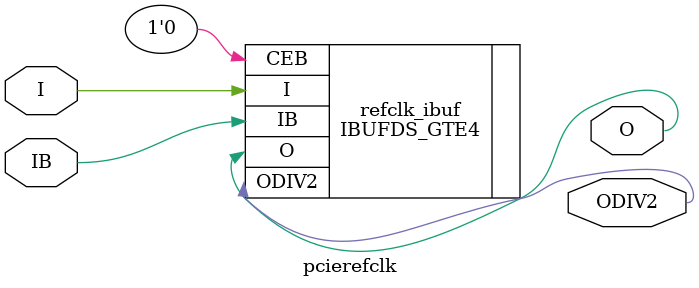
<source format=v>
`timescale 1ns / 1ps


module pcierefclk(
    //ports for PCIE refclk buffer
    input IB,
    input I,
    output O,
    output ODIV2
    );

IBUFDS_GTE4 # (.REFCLK_HROW_CK_SEL(2'b00)) refclk_ibuf (.O(O), .ODIV2(ODIV2), .I(I), .CEB(1'b0), .IB(IB)); 

endmodule

</source>
